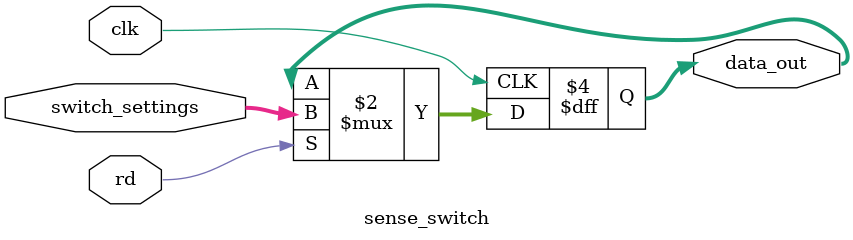
<source format=v>
/*
SENSE SWITCHES 

input data from sense switches

port 0xFF

used to configure various I/O boards 
- 2SIO serial board
- 

also to play killbits game

use 0xFD for 4k basic

*/

module sense_switch(
  input clk,
  input rd,
  input [7:0] switch_settings,
  output reg [7:0] data_out
);
  
  always @(posedge clk)
    begin
	  if (rd)
	  begin
		 data_out <= switch_settings;
	  end
    end
endmodule
</source>
